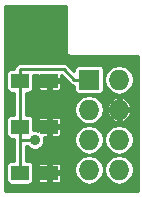
<source format=gbl>
G04 #@! TF.FileFunction,Copper,L2,Bot,Signal*
%FSLAX46Y46*%
G04 Gerber Fmt 4.6, Leading zero omitted, Abs format (unit mm)*
G04 Created by KiCad (PCBNEW 4.0.4-stable) date Monday 13 March 2017 'à' 21:28:21*
%MOMM*%
%LPD*%
G01*
G04 APERTURE LIST*
%ADD10C,0.100000*%
%ADD11R,1.500000X1.250000*%
%ADD12R,1.727200X1.727200*%
%ADD13O,1.727200X1.727200*%
%ADD14C,0.889000*%
%ADD15C,0.254000*%
G04 APERTURE END LIST*
D10*
D11*
X55250000Y-36400000D03*
X57750000Y-36400000D03*
X55250000Y-40300000D03*
X57750000Y-40300000D03*
X55250000Y-44200000D03*
X57750000Y-44200000D03*
D12*
X61100000Y-36300000D03*
D13*
X63640000Y-36300000D03*
X61100000Y-38840000D03*
X63640000Y-38840000D03*
X61100000Y-41380000D03*
X63640000Y-41380000D03*
X61100000Y-43920000D03*
X63640000Y-43920000D03*
D14*
X56500000Y-41420700D03*
X59201000Y-40404500D03*
D15*
X58948800Y-35393700D02*
X55250000Y-35393700D01*
X59855100Y-36300000D02*
X58948800Y-35393700D01*
X61100000Y-36300000D02*
X59855100Y-36300000D01*
X55250000Y-36400000D02*
X55250000Y-35393700D01*
X55250000Y-36400000D02*
X55250000Y-40300000D01*
X55250000Y-41420700D02*
X56500000Y-41420700D01*
X55250000Y-40300000D02*
X55250000Y-41420700D01*
X55250000Y-41420700D02*
X55250000Y-44200000D01*
X57750000Y-43193700D02*
X57750000Y-41306300D01*
X57750000Y-44200000D02*
X57750000Y-43193700D01*
X57750000Y-40300000D02*
X57750000Y-41306300D01*
X57750000Y-39293700D02*
X57750000Y-37406300D01*
X57750000Y-40300000D02*
X57750000Y-39293700D01*
X57750000Y-36400000D02*
X57750000Y-37406300D01*
X63640000Y-38840000D02*
X62395100Y-38840000D01*
X57750000Y-40300000D02*
X58881300Y-40300000D01*
X59096500Y-40300000D02*
X59201000Y-40404500D01*
X58881300Y-40300000D02*
X59096500Y-40300000D01*
X59520600Y-40084900D02*
X59201000Y-40404500D01*
X61617100Y-40084900D02*
X59520600Y-40084900D01*
X62395100Y-39306900D02*
X61617100Y-40084900D01*
X62395100Y-38840000D02*
X62395100Y-39306900D01*
G36*
X59121400Y-34000000D02*
X59142607Y-34106616D01*
X59203000Y-34197000D01*
X59293384Y-34257393D01*
X59400000Y-34278600D01*
X65221400Y-34278600D01*
X65221400Y-45721400D01*
X53978600Y-45721400D01*
X53978600Y-35775000D01*
X54111536Y-35775000D01*
X54111536Y-37025000D01*
X54138103Y-37166190D01*
X54221546Y-37295865D01*
X54348866Y-37382859D01*
X54500000Y-37413464D01*
X54742000Y-37413464D01*
X54742000Y-39286536D01*
X54500000Y-39286536D01*
X54358810Y-39313103D01*
X54229135Y-39396546D01*
X54142141Y-39523866D01*
X54111536Y-39675000D01*
X54111536Y-40925000D01*
X54138103Y-41066190D01*
X54221546Y-41195865D01*
X54348866Y-41282859D01*
X54500000Y-41313464D01*
X54742000Y-41313464D01*
X54742000Y-43186536D01*
X54500000Y-43186536D01*
X54358810Y-43213103D01*
X54229135Y-43296546D01*
X54142141Y-43423866D01*
X54111536Y-43575000D01*
X54111536Y-44825000D01*
X54138103Y-44966190D01*
X54221546Y-45095865D01*
X54348866Y-45182859D01*
X54500000Y-45213464D01*
X56000000Y-45213464D01*
X56141190Y-45186897D01*
X56270865Y-45103454D01*
X56357859Y-44976134D01*
X56388464Y-44825000D01*
X56388464Y-44384150D01*
X56771400Y-44384150D01*
X56771400Y-44870472D01*
X56806203Y-44954492D01*
X56870509Y-45018798D01*
X56954529Y-45053600D01*
X57565850Y-45053600D01*
X57623000Y-44996450D01*
X57623000Y-44327000D01*
X57877000Y-44327000D01*
X57877000Y-44996450D01*
X57934150Y-45053600D01*
X58545471Y-45053600D01*
X58629491Y-45018798D01*
X58693797Y-44954492D01*
X58728600Y-44870472D01*
X58728600Y-44384150D01*
X58671450Y-44327000D01*
X57877000Y-44327000D01*
X57623000Y-44327000D01*
X56828550Y-44327000D01*
X56771400Y-44384150D01*
X56388464Y-44384150D01*
X56388464Y-43575000D01*
X56379908Y-43529528D01*
X56771400Y-43529528D01*
X56771400Y-44015850D01*
X56828550Y-44073000D01*
X57623000Y-44073000D01*
X57623000Y-43403550D01*
X57877000Y-43403550D01*
X57877000Y-44073000D01*
X58671450Y-44073000D01*
X58728600Y-44015850D01*
X58728600Y-43895617D01*
X59855400Y-43895617D01*
X59855400Y-43944383D01*
X59950140Y-44420671D01*
X60219935Y-44824448D01*
X60623712Y-45094243D01*
X61100000Y-45188983D01*
X61576288Y-45094243D01*
X61980065Y-44824448D01*
X62249860Y-44420671D01*
X62344600Y-43944383D01*
X62344600Y-43895617D01*
X62395400Y-43895617D01*
X62395400Y-43944383D01*
X62490140Y-44420671D01*
X62759935Y-44824448D01*
X63163712Y-45094243D01*
X63640000Y-45188983D01*
X64116288Y-45094243D01*
X64520065Y-44824448D01*
X64789860Y-44420671D01*
X64884600Y-43944383D01*
X64884600Y-43895617D01*
X64789860Y-43419329D01*
X64520065Y-43015552D01*
X64116288Y-42745757D01*
X63640000Y-42651017D01*
X63163712Y-42745757D01*
X62759935Y-43015552D01*
X62490140Y-43419329D01*
X62395400Y-43895617D01*
X62344600Y-43895617D01*
X62249860Y-43419329D01*
X61980065Y-43015552D01*
X61576288Y-42745757D01*
X61100000Y-42651017D01*
X60623712Y-42745757D01*
X60219935Y-43015552D01*
X59950140Y-43419329D01*
X59855400Y-43895617D01*
X58728600Y-43895617D01*
X58728600Y-43529528D01*
X58693797Y-43445508D01*
X58629491Y-43381202D01*
X58545471Y-43346400D01*
X57934150Y-43346400D01*
X57877000Y-43403550D01*
X57623000Y-43403550D01*
X57565850Y-43346400D01*
X56954529Y-43346400D01*
X56870509Y-43381202D01*
X56806203Y-43445508D01*
X56771400Y-43529528D01*
X56379908Y-43529528D01*
X56361897Y-43433810D01*
X56278454Y-43304135D01*
X56151134Y-43217141D01*
X56000000Y-43186536D01*
X55758000Y-43186536D01*
X55758000Y-41928700D01*
X55840698Y-41928700D01*
X56031781Y-42120117D01*
X56335077Y-42246057D01*
X56663482Y-42246343D01*
X56966998Y-42120933D01*
X57199417Y-41888919D01*
X57325357Y-41585623D01*
X57325557Y-41355617D01*
X59855400Y-41355617D01*
X59855400Y-41404383D01*
X59950140Y-41880671D01*
X60219935Y-42284448D01*
X60623712Y-42554243D01*
X61100000Y-42648983D01*
X61576288Y-42554243D01*
X61980065Y-42284448D01*
X62249860Y-41880671D01*
X62344600Y-41404383D01*
X62344600Y-41355617D01*
X62395400Y-41355617D01*
X62395400Y-41404383D01*
X62490140Y-41880671D01*
X62759935Y-42284448D01*
X63163712Y-42554243D01*
X63640000Y-42648983D01*
X64116288Y-42554243D01*
X64520065Y-42284448D01*
X64789860Y-41880671D01*
X64884600Y-41404383D01*
X64884600Y-41355617D01*
X64789860Y-40879329D01*
X64520065Y-40475552D01*
X64116288Y-40205757D01*
X63640000Y-40111017D01*
X63163712Y-40205757D01*
X62759935Y-40475552D01*
X62490140Y-40879329D01*
X62395400Y-41355617D01*
X62344600Y-41355617D01*
X62249860Y-40879329D01*
X61980065Y-40475552D01*
X61576288Y-40205757D01*
X61100000Y-40111017D01*
X60623712Y-40205757D01*
X60219935Y-40475552D01*
X59950140Y-40879329D01*
X59855400Y-41355617D01*
X57325557Y-41355617D01*
X57325643Y-41257218D01*
X57282829Y-41153600D01*
X57565850Y-41153600D01*
X57623000Y-41096450D01*
X57623000Y-40427000D01*
X57877000Y-40427000D01*
X57877000Y-41096450D01*
X57934150Y-41153600D01*
X58545471Y-41153600D01*
X58629491Y-41118798D01*
X58693797Y-41054492D01*
X58728600Y-40970472D01*
X58728600Y-40484150D01*
X58671450Y-40427000D01*
X57877000Y-40427000D01*
X57623000Y-40427000D01*
X56828550Y-40427000D01*
X56771400Y-40484150D01*
X56771400Y-40639556D01*
X56664923Y-40595343D01*
X56388464Y-40595102D01*
X56388464Y-39675000D01*
X56379908Y-39629528D01*
X56771400Y-39629528D01*
X56771400Y-40115850D01*
X56828550Y-40173000D01*
X57623000Y-40173000D01*
X57623000Y-39503550D01*
X57877000Y-39503550D01*
X57877000Y-40173000D01*
X58671450Y-40173000D01*
X58728600Y-40115850D01*
X58728600Y-39629528D01*
X58693797Y-39545508D01*
X58629491Y-39481202D01*
X58545471Y-39446400D01*
X57934150Y-39446400D01*
X57877000Y-39503550D01*
X57623000Y-39503550D01*
X57565850Y-39446400D01*
X56954529Y-39446400D01*
X56870509Y-39481202D01*
X56806203Y-39545508D01*
X56771400Y-39629528D01*
X56379908Y-39629528D01*
X56361897Y-39533810D01*
X56278454Y-39404135D01*
X56151134Y-39317141D01*
X56000000Y-39286536D01*
X55758000Y-39286536D01*
X55758000Y-38815617D01*
X59855400Y-38815617D01*
X59855400Y-38864383D01*
X59950140Y-39340671D01*
X60219935Y-39744448D01*
X60623712Y-40014243D01*
X61100000Y-40108983D01*
X61576288Y-40014243D01*
X61980065Y-39744448D01*
X62249860Y-39340671D01*
X62290743Y-39135137D01*
X62588419Y-39135137D01*
X62781410Y-39515094D01*
X63105114Y-39792274D01*
X63344865Y-39891568D01*
X63513000Y-39867229D01*
X63513000Y-38967000D01*
X63767000Y-38967000D01*
X63767000Y-39867229D01*
X63935135Y-39891568D01*
X64174886Y-39792274D01*
X64498590Y-39515094D01*
X64691581Y-39135137D01*
X64667654Y-38967000D01*
X63767000Y-38967000D01*
X63513000Y-38967000D01*
X62612346Y-38967000D01*
X62588419Y-39135137D01*
X62290743Y-39135137D01*
X62344600Y-38864383D01*
X62344600Y-38815617D01*
X62290744Y-38544863D01*
X62588419Y-38544863D01*
X62612346Y-38713000D01*
X63513000Y-38713000D01*
X63513000Y-37812771D01*
X63767000Y-37812771D01*
X63767000Y-38713000D01*
X64667654Y-38713000D01*
X64691581Y-38544863D01*
X64498590Y-38164906D01*
X64174886Y-37887726D01*
X63935135Y-37788432D01*
X63767000Y-37812771D01*
X63513000Y-37812771D01*
X63344865Y-37788432D01*
X63105114Y-37887726D01*
X62781410Y-38164906D01*
X62588419Y-38544863D01*
X62290744Y-38544863D01*
X62249860Y-38339329D01*
X61980065Y-37935552D01*
X61576288Y-37665757D01*
X61100000Y-37571017D01*
X60623712Y-37665757D01*
X60219935Y-37935552D01*
X59950140Y-38339329D01*
X59855400Y-38815617D01*
X55758000Y-38815617D01*
X55758000Y-37413464D01*
X56000000Y-37413464D01*
X56141190Y-37386897D01*
X56270865Y-37303454D01*
X56357859Y-37176134D01*
X56388464Y-37025000D01*
X56388464Y-36584150D01*
X56771400Y-36584150D01*
X56771400Y-37070472D01*
X56806203Y-37154492D01*
X56870509Y-37218798D01*
X56954529Y-37253600D01*
X57565850Y-37253600D01*
X57623000Y-37196450D01*
X57623000Y-36527000D01*
X57877000Y-36527000D01*
X57877000Y-37196450D01*
X57934150Y-37253600D01*
X58545471Y-37253600D01*
X58629491Y-37218798D01*
X58693797Y-37154492D01*
X58728600Y-37070472D01*
X58728600Y-36584150D01*
X58671450Y-36527000D01*
X57877000Y-36527000D01*
X57623000Y-36527000D01*
X56828550Y-36527000D01*
X56771400Y-36584150D01*
X56388464Y-36584150D01*
X56388464Y-35901700D01*
X56771400Y-35901700D01*
X56771400Y-36215850D01*
X56828550Y-36273000D01*
X57623000Y-36273000D01*
X57623000Y-36253000D01*
X57877000Y-36253000D01*
X57877000Y-36273000D01*
X58671450Y-36273000D01*
X58728600Y-36215850D01*
X58728600Y-35901700D01*
X58738380Y-35901700D01*
X59495890Y-36659210D01*
X59660697Y-36769331D01*
X59847936Y-36806575D01*
X59847936Y-37163600D01*
X59874503Y-37304790D01*
X59957946Y-37434465D01*
X60085266Y-37521459D01*
X60236400Y-37552064D01*
X61963600Y-37552064D01*
X62104790Y-37525497D01*
X62234465Y-37442054D01*
X62321459Y-37314734D01*
X62352064Y-37163600D01*
X62352064Y-36275617D01*
X62395400Y-36275617D01*
X62395400Y-36324383D01*
X62490140Y-36800671D01*
X62759935Y-37204448D01*
X63163712Y-37474243D01*
X63640000Y-37568983D01*
X64116288Y-37474243D01*
X64520065Y-37204448D01*
X64789860Y-36800671D01*
X64884600Y-36324383D01*
X64884600Y-36275617D01*
X64789860Y-35799329D01*
X64520065Y-35395552D01*
X64116288Y-35125757D01*
X63640000Y-35031017D01*
X63163712Y-35125757D01*
X62759935Y-35395552D01*
X62490140Y-35799329D01*
X62395400Y-36275617D01*
X62352064Y-36275617D01*
X62352064Y-35436400D01*
X62325497Y-35295210D01*
X62242054Y-35165535D01*
X62114734Y-35078541D01*
X61963600Y-35047936D01*
X60236400Y-35047936D01*
X60095210Y-35074503D01*
X59965535Y-35157946D01*
X59878541Y-35285266D01*
X59847936Y-35436400D01*
X59847936Y-35574416D01*
X59308010Y-35034490D01*
X59143203Y-34924369D01*
X58948800Y-34885700D01*
X55250000Y-34885700D01*
X55055597Y-34924369D01*
X54890790Y-35034490D01*
X54780669Y-35199297D01*
X54743425Y-35386536D01*
X54500000Y-35386536D01*
X54358810Y-35413103D01*
X54229135Y-35496546D01*
X54142141Y-35623866D01*
X54111536Y-35775000D01*
X53978600Y-35775000D01*
X53978600Y-30078600D01*
X59121400Y-30078600D01*
X59121400Y-34000000D01*
X59121400Y-34000000D01*
G37*
X59121400Y-34000000D02*
X59142607Y-34106616D01*
X59203000Y-34197000D01*
X59293384Y-34257393D01*
X59400000Y-34278600D01*
X65221400Y-34278600D01*
X65221400Y-45721400D01*
X53978600Y-45721400D01*
X53978600Y-35775000D01*
X54111536Y-35775000D01*
X54111536Y-37025000D01*
X54138103Y-37166190D01*
X54221546Y-37295865D01*
X54348866Y-37382859D01*
X54500000Y-37413464D01*
X54742000Y-37413464D01*
X54742000Y-39286536D01*
X54500000Y-39286536D01*
X54358810Y-39313103D01*
X54229135Y-39396546D01*
X54142141Y-39523866D01*
X54111536Y-39675000D01*
X54111536Y-40925000D01*
X54138103Y-41066190D01*
X54221546Y-41195865D01*
X54348866Y-41282859D01*
X54500000Y-41313464D01*
X54742000Y-41313464D01*
X54742000Y-43186536D01*
X54500000Y-43186536D01*
X54358810Y-43213103D01*
X54229135Y-43296546D01*
X54142141Y-43423866D01*
X54111536Y-43575000D01*
X54111536Y-44825000D01*
X54138103Y-44966190D01*
X54221546Y-45095865D01*
X54348866Y-45182859D01*
X54500000Y-45213464D01*
X56000000Y-45213464D01*
X56141190Y-45186897D01*
X56270865Y-45103454D01*
X56357859Y-44976134D01*
X56388464Y-44825000D01*
X56388464Y-44384150D01*
X56771400Y-44384150D01*
X56771400Y-44870472D01*
X56806203Y-44954492D01*
X56870509Y-45018798D01*
X56954529Y-45053600D01*
X57565850Y-45053600D01*
X57623000Y-44996450D01*
X57623000Y-44327000D01*
X57877000Y-44327000D01*
X57877000Y-44996450D01*
X57934150Y-45053600D01*
X58545471Y-45053600D01*
X58629491Y-45018798D01*
X58693797Y-44954492D01*
X58728600Y-44870472D01*
X58728600Y-44384150D01*
X58671450Y-44327000D01*
X57877000Y-44327000D01*
X57623000Y-44327000D01*
X56828550Y-44327000D01*
X56771400Y-44384150D01*
X56388464Y-44384150D01*
X56388464Y-43575000D01*
X56379908Y-43529528D01*
X56771400Y-43529528D01*
X56771400Y-44015850D01*
X56828550Y-44073000D01*
X57623000Y-44073000D01*
X57623000Y-43403550D01*
X57877000Y-43403550D01*
X57877000Y-44073000D01*
X58671450Y-44073000D01*
X58728600Y-44015850D01*
X58728600Y-43895617D01*
X59855400Y-43895617D01*
X59855400Y-43944383D01*
X59950140Y-44420671D01*
X60219935Y-44824448D01*
X60623712Y-45094243D01*
X61100000Y-45188983D01*
X61576288Y-45094243D01*
X61980065Y-44824448D01*
X62249860Y-44420671D01*
X62344600Y-43944383D01*
X62344600Y-43895617D01*
X62395400Y-43895617D01*
X62395400Y-43944383D01*
X62490140Y-44420671D01*
X62759935Y-44824448D01*
X63163712Y-45094243D01*
X63640000Y-45188983D01*
X64116288Y-45094243D01*
X64520065Y-44824448D01*
X64789860Y-44420671D01*
X64884600Y-43944383D01*
X64884600Y-43895617D01*
X64789860Y-43419329D01*
X64520065Y-43015552D01*
X64116288Y-42745757D01*
X63640000Y-42651017D01*
X63163712Y-42745757D01*
X62759935Y-43015552D01*
X62490140Y-43419329D01*
X62395400Y-43895617D01*
X62344600Y-43895617D01*
X62249860Y-43419329D01*
X61980065Y-43015552D01*
X61576288Y-42745757D01*
X61100000Y-42651017D01*
X60623712Y-42745757D01*
X60219935Y-43015552D01*
X59950140Y-43419329D01*
X59855400Y-43895617D01*
X58728600Y-43895617D01*
X58728600Y-43529528D01*
X58693797Y-43445508D01*
X58629491Y-43381202D01*
X58545471Y-43346400D01*
X57934150Y-43346400D01*
X57877000Y-43403550D01*
X57623000Y-43403550D01*
X57565850Y-43346400D01*
X56954529Y-43346400D01*
X56870509Y-43381202D01*
X56806203Y-43445508D01*
X56771400Y-43529528D01*
X56379908Y-43529528D01*
X56361897Y-43433810D01*
X56278454Y-43304135D01*
X56151134Y-43217141D01*
X56000000Y-43186536D01*
X55758000Y-43186536D01*
X55758000Y-41928700D01*
X55840698Y-41928700D01*
X56031781Y-42120117D01*
X56335077Y-42246057D01*
X56663482Y-42246343D01*
X56966998Y-42120933D01*
X57199417Y-41888919D01*
X57325357Y-41585623D01*
X57325557Y-41355617D01*
X59855400Y-41355617D01*
X59855400Y-41404383D01*
X59950140Y-41880671D01*
X60219935Y-42284448D01*
X60623712Y-42554243D01*
X61100000Y-42648983D01*
X61576288Y-42554243D01*
X61980065Y-42284448D01*
X62249860Y-41880671D01*
X62344600Y-41404383D01*
X62344600Y-41355617D01*
X62395400Y-41355617D01*
X62395400Y-41404383D01*
X62490140Y-41880671D01*
X62759935Y-42284448D01*
X63163712Y-42554243D01*
X63640000Y-42648983D01*
X64116288Y-42554243D01*
X64520065Y-42284448D01*
X64789860Y-41880671D01*
X64884600Y-41404383D01*
X64884600Y-41355617D01*
X64789860Y-40879329D01*
X64520065Y-40475552D01*
X64116288Y-40205757D01*
X63640000Y-40111017D01*
X63163712Y-40205757D01*
X62759935Y-40475552D01*
X62490140Y-40879329D01*
X62395400Y-41355617D01*
X62344600Y-41355617D01*
X62249860Y-40879329D01*
X61980065Y-40475552D01*
X61576288Y-40205757D01*
X61100000Y-40111017D01*
X60623712Y-40205757D01*
X60219935Y-40475552D01*
X59950140Y-40879329D01*
X59855400Y-41355617D01*
X57325557Y-41355617D01*
X57325643Y-41257218D01*
X57282829Y-41153600D01*
X57565850Y-41153600D01*
X57623000Y-41096450D01*
X57623000Y-40427000D01*
X57877000Y-40427000D01*
X57877000Y-41096450D01*
X57934150Y-41153600D01*
X58545471Y-41153600D01*
X58629491Y-41118798D01*
X58693797Y-41054492D01*
X58728600Y-40970472D01*
X58728600Y-40484150D01*
X58671450Y-40427000D01*
X57877000Y-40427000D01*
X57623000Y-40427000D01*
X56828550Y-40427000D01*
X56771400Y-40484150D01*
X56771400Y-40639556D01*
X56664923Y-40595343D01*
X56388464Y-40595102D01*
X56388464Y-39675000D01*
X56379908Y-39629528D01*
X56771400Y-39629528D01*
X56771400Y-40115850D01*
X56828550Y-40173000D01*
X57623000Y-40173000D01*
X57623000Y-39503550D01*
X57877000Y-39503550D01*
X57877000Y-40173000D01*
X58671450Y-40173000D01*
X58728600Y-40115850D01*
X58728600Y-39629528D01*
X58693797Y-39545508D01*
X58629491Y-39481202D01*
X58545471Y-39446400D01*
X57934150Y-39446400D01*
X57877000Y-39503550D01*
X57623000Y-39503550D01*
X57565850Y-39446400D01*
X56954529Y-39446400D01*
X56870509Y-39481202D01*
X56806203Y-39545508D01*
X56771400Y-39629528D01*
X56379908Y-39629528D01*
X56361897Y-39533810D01*
X56278454Y-39404135D01*
X56151134Y-39317141D01*
X56000000Y-39286536D01*
X55758000Y-39286536D01*
X55758000Y-38815617D01*
X59855400Y-38815617D01*
X59855400Y-38864383D01*
X59950140Y-39340671D01*
X60219935Y-39744448D01*
X60623712Y-40014243D01*
X61100000Y-40108983D01*
X61576288Y-40014243D01*
X61980065Y-39744448D01*
X62249860Y-39340671D01*
X62290743Y-39135137D01*
X62588419Y-39135137D01*
X62781410Y-39515094D01*
X63105114Y-39792274D01*
X63344865Y-39891568D01*
X63513000Y-39867229D01*
X63513000Y-38967000D01*
X63767000Y-38967000D01*
X63767000Y-39867229D01*
X63935135Y-39891568D01*
X64174886Y-39792274D01*
X64498590Y-39515094D01*
X64691581Y-39135137D01*
X64667654Y-38967000D01*
X63767000Y-38967000D01*
X63513000Y-38967000D01*
X62612346Y-38967000D01*
X62588419Y-39135137D01*
X62290743Y-39135137D01*
X62344600Y-38864383D01*
X62344600Y-38815617D01*
X62290744Y-38544863D01*
X62588419Y-38544863D01*
X62612346Y-38713000D01*
X63513000Y-38713000D01*
X63513000Y-37812771D01*
X63767000Y-37812771D01*
X63767000Y-38713000D01*
X64667654Y-38713000D01*
X64691581Y-38544863D01*
X64498590Y-38164906D01*
X64174886Y-37887726D01*
X63935135Y-37788432D01*
X63767000Y-37812771D01*
X63513000Y-37812771D01*
X63344865Y-37788432D01*
X63105114Y-37887726D01*
X62781410Y-38164906D01*
X62588419Y-38544863D01*
X62290744Y-38544863D01*
X62249860Y-38339329D01*
X61980065Y-37935552D01*
X61576288Y-37665757D01*
X61100000Y-37571017D01*
X60623712Y-37665757D01*
X60219935Y-37935552D01*
X59950140Y-38339329D01*
X59855400Y-38815617D01*
X55758000Y-38815617D01*
X55758000Y-37413464D01*
X56000000Y-37413464D01*
X56141190Y-37386897D01*
X56270865Y-37303454D01*
X56357859Y-37176134D01*
X56388464Y-37025000D01*
X56388464Y-36584150D01*
X56771400Y-36584150D01*
X56771400Y-37070472D01*
X56806203Y-37154492D01*
X56870509Y-37218798D01*
X56954529Y-37253600D01*
X57565850Y-37253600D01*
X57623000Y-37196450D01*
X57623000Y-36527000D01*
X57877000Y-36527000D01*
X57877000Y-37196450D01*
X57934150Y-37253600D01*
X58545471Y-37253600D01*
X58629491Y-37218798D01*
X58693797Y-37154492D01*
X58728600Y-37070472D01*
X58728600Y-36584150D01*
X58671450Y-36527000D01*
X57877000Y-36527000D01*
X57623000Y-36527000D01*
X56828550Y-36527000D01*
X56771400Y-36584150D01*
X56388464Y-36584150D01*
X56388464Y-35901700D01*
X56771400Y-35901700D01*
X56771400Y-36215850D01*
X56828550Y-36273000D01*
X57623000Y-36273000D01*
X57623000Y-36253000D01*
X57877000Y-36253000D01*
X57877000Y-36273000D01*
X58671450Y-36273000D01*
X58728600Y-36215850D01*
X58728600Y-35901700D01*
X58738380Y-35901700D01*
X59495890Y-36659210D01*
X59660697Y-36769331D01*
X59847936Y-36806575D01*
X59847936Y-37163600D01*
X59874503Y-37304790D01*
X59957946Y-37434465D01*
X60085266Y-37521459D01*
X60236400Y-37552064D01*
X61963600Y-37552064D01*
X62104790Y-37525497D01*
X62234465Y-37442054D01*
X62321459Y-37314734D01*
X62352064Y-37163600D01*
X62352064Y-36275617D01*
X62395400Y-36275617D01*
X62395400Y-36324383D01*
X62490140Y-36800671D01*
X62759935Y-37204448D01*
X63163712Y-37474243D01*
X63640000Y-37568983D01*
X64116288Y-37474243D01*
X64520065Y-37204448D01*
X64789860Y-36800671D01*
X64884600Y-36324383D01*
X64884600Y-36275617D01*
X64789860Y-35799329D01*
X64520065Y-35395552D01*
X64116288Y-35125757D01*
X63640000Y-35031017D01*
X63163712Y-35125757D01*
X62759935Y-35395552D01*
X62490140Y-35799329D01*
X62395400Y-36275617D01*
X62352064Y-36275617D01*
X62352064Y-35436400D01*
X62325497Y-35295210D01*
X62242054Y-35165535D01*
X62114734Y-35078541D01*
X61963600Y-35047936D01*
X60236400Y-35047936D01*
X60095210Y-35074503D01*
X59965535Y-35157946D01*
X59878541Y-35285266D01*
X59847936Y-35436400D01*
X59847936Y-35574416D01*
X59308010Y-35034490D01*
X59143203Y-34924369D01*
X58948800Y-34885700D01*
X55250000Y-34885700D01*
X55055597Y-34924369D01*
X54890790Y-35034490D01*
X54780669Y-35199297D01*
X54743425Y-35386536D01*
X54500000Y-35386536D01*
X54358810Y-35413103D01*
X54229135Y-35496546D01*
X54142141Y-35623866D01*
X54111536Y-35775000D01*
X53978600Y-35775000D01*
X53978600Y-30078600D01*
X59121400Y-30078600D01*
X59121400Y-34000000D01*
M02*

</source>
